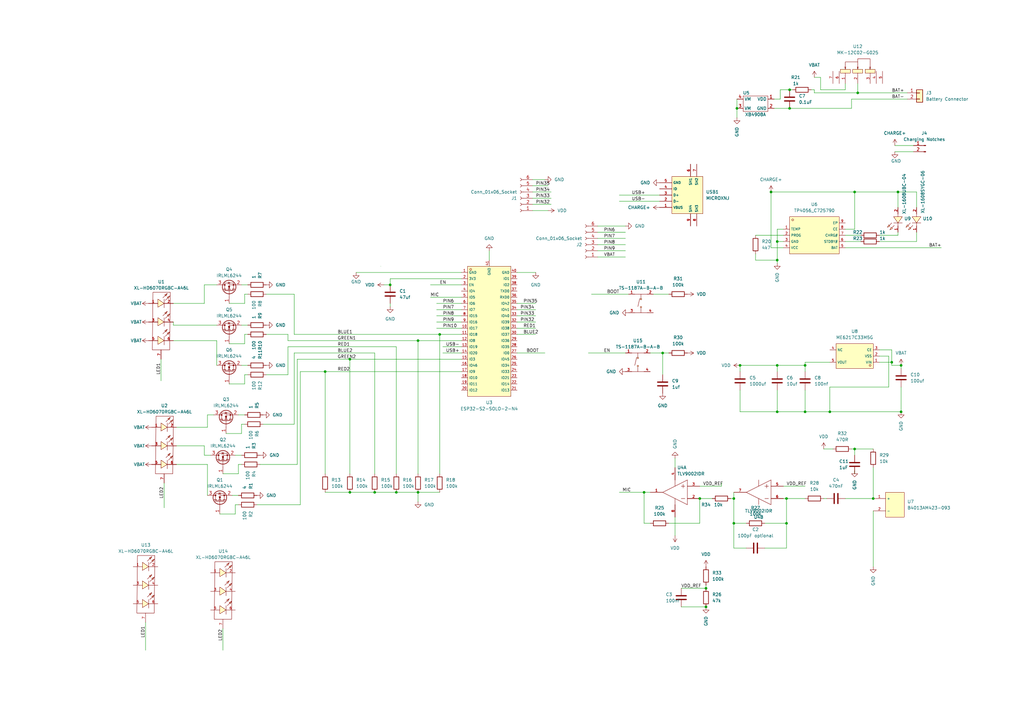
<source format=kicad_sch>
(kicad_sch (version 20230121) (generator eeschema)
  (paper "A3")
  (junction (at 322.58 214.63))
  (junction (at 369.57 168.91))
  (junction (at 287.02 204.47))
  (junction (at 330.2 149.86))
  (junction (at 323.85 36.83))
  (junction (at 289.56 248.92))
  (junction (at 143.51 201.93))
  (junction (at 143.51 147.32))
  (junction (at 153.67 201.93))
  (junction (at 351.79 38.1))
  (junction (at 300.99 214.63))
  (junction (at 318.77 99.06))
  (junction (at 316.23 78.74))
  (junction (at 350.52 78.74))
  (junction (at 368.3 78.74))
  (junction (at 365.76 148.59))
  (junction (at 323.85 44.45))
  (junction (at 369.57 149.86))
  (junction (at 318.77 149.86))
  (junction (at 358.14 204.47))
  (junction (at 180.34 137.16))
  (junction (at 350.52 184.15))
  (junction (at 160.02 116.84))
  (junction (at 318.77 168.91))
  (junction (at 303.53 149.86))
  (junction (at 330.2 168.91))
  (junction (at 264.16 201.93))
  (junction (at 318.77 106.68))
  (junction (at 271.78 144.78))
  (junction (at 289.56 241.3))
  (junction (at 300.99 204.47))
  (junction (at 171.45 139.7))
  (junction (at 322.58 204.47))
  (junction (at 171.45 201.93))
  (junction (at 340.36 168.91))
  (junction (at 133.35 152.4))
  (junction (at 162.56 201.93))
  (junction (at 302.26 44.45))
  (wire (pts (xy 316.23 78.74) (xy 350.52 78.74)))
  (wire (pts (xy 83.82 116.84) (xy 83.82 124.46)))
  (wire (pts (xy 218.44 78.74) (xy 226.06 78.74)))
  (wire (pts (xy 302.26 44.45) (xy 302.26 40.64)))
  (wire (pts (xy 336.55 36.83) (xy 346.71 36.83)))
  (wire (pts (xy 317.5 44.45) (xy 323.85 44.45)))
  (wire (pts (xy 320.04 40.64) (xy 320.04 36.83)))
  (wire (pts (xy 180.34 137.16) (xy 189.23 137.16)))
  (wire (pts (xy 368.3 78.74) (xy 375.92 78.74)))
  (wire (pts (xy 160.02 124.46) (xy 160.02 125.73)))
  (wire (pts (xy 101.6 153.67) (xy 100.33 153.67)))
  (wire (pts (xy 162.56 142.24) (xy 162.56 194.31)))
  (wire (pts (xy 133.35 152.4) (xy 189.23 152.4)))
  (wire (pts (xy 318.77 107.95) (xy 318.77 106.68)))
  (wire (pts (xy 323.85 44.45) (xy 349.25 44.45)))
  (wire (pts (xy 266.7 144.78) (xy 271.78 144.78)))
  (wire (pts (xy 160.02 114.3) (xy 189.23 114.3)))
  (wire (pts (xy 321.31 93.98) (xy 318.77 93.98)))
  (wire (pts (xy 171.45 139.7) (xy 189.23 139.7)))
  (wire (pts (xy 179.07 127) (xy 189.23 127)))
  (wire (pts (xy 266.7 201.93) (xy 264.16 201.93)))
  (wire (pts (xy 181.61 144.78) (xy 189.23 144.78)))
  (wire (pts (xy 123.19 152.4) (xy 133.35 152.4)))
  (wire (pts (xy 171.45 139.7) (xy 171.45 194.31)))
  (wire (pts (xy 121.92 147.32) (xy 143.51 147.32)))
  (wire (pts (xy 218.44 86.36) (xy 224.79 86.36)))
  (wire (pts (xy 71.12 133.35) (xy 88.9 133.35)))
  (wire (pts (xy 181.61 142.24) (xy 189.23 142.24)))
  (wire (pts (xy 99.06 173.99) (xy 99.06 177.8)))
  (wire (pts (xy 71.12 133.35) (xy 71.12 132.08)))
  (wire (pts (xy 330.2 168.91) (xy 318.77 168.91)))
  (wire (pts (xy 349.25 44.45) (xy 349.25 40.64)))
  (wire (pts (xy 133.35 152.4) (xy 133.35 194.31)))
  (wire (pts (xy 346.71 36.83) (xy 346.71 34.29)))
  (wire (pts (xy 143.51 201.93) (xy 153.67 201.93)))
  (wire (pts (xy 309.88 106.68) (xy 309.88 104.14)))
  (wire (pts (xy 212.09 127) (xy 219.71 127)))
  (wire (pts (xy 276.86 187.96) (xy 276.86 191.77)))
  (wire (pts (xy 96.52 210.82) (xy 90.17 210.82)))
  (wire (pts (xy 303.53 160.02) (xy 303.53 168.91)))
  (wire (pts (xy 153.67 144.78) (xy 153.67 194.31)))
  (wire (pts (xy 337.82 184.15) (xy 341.63 184.15)))
  (wire (pts (xy 212.09 132.08) (xy 219.71 132.08)))
  (wire (pts (xy 340.36 168.91) (xy 369.57 168.91)))
  (wire (pts (xy 349.25 184.15) (xy 350.52 184.15)))
  (wire (pts (xy 368.3 78.74) (xy 368.3 85.09)))
  (wire (pts (xy 303.53 149.86) (xy 303.53 152.4)))
  (wire (pts (xy 303.53 149.86) (xy 318.77 149.86)))
  (wire (pts (xy 176.53 116.84) (xy 189.23 116.84)))
  (wire (pts (xy 157.48 116.84) (xy 160.02 116.84)))
  (wire (pts (xy 93.98 157.48) (xy 100.33 157.48)))
  (wire (pts (xy 86.36 186.69) (xy 83.82 186.69)))
  (wire (pts (xy 295.91 198.12) (xy 295.91 199.39)))
  (wire (pts (xy 306.07 224.79) (xy 300.99 224.79)))
  (wire (pts (xy 71.12 139.7) (xy 88.9 139.7)))
  (wire (pts (xy 99.06 177.8) (xy 92.71 177.8)))
  (wire (pts (xy 330.2 168.91) (xy 330.2 160.02)))
  (wire (pts (xy 109.22 153.67) (xy 118.11 153.67)))
  (wire (pts (xy 334.01 38.1) (xy 351.79 38.1)))
  (wire (pts (xy 241.3 144.78) (xy 256.54 144.78)))
  (wire (pts (xy 72.39 190.5) (xy 85.09 190.5)))
  (wire (pts (xy 254 80.01) (xy 270.51 80.01)))
  (wire (pts (xy 330.2 148.59) (xy 330.2 149.86)))
  (wire (pts (xy 218.44 83.82) (xy 226.06 83.82)))
  (wire (pts (xy 120.65 137.16) (xy 180.34 137.16)))
  (wire (pts (xy 97.79 170.18) (xy 100.33 170.18)))
  (wire (pts (xy 245.11 100.33) (xy 256.54 100.33)))
  (wire (pts (xy 212.09 134.62) (xy 219.71 134.62)))
  (wire (pts (xy 83.82 124.46) (xy 71.12 124.46)))
  (wire (pts (xy 118.11 137.16) (xy 118.11 139.7)))
  (wire (pts (xy 212.09 137.16) (xy 219.71 137.16)))
  (wire (pts (xy 271.78 144.78) (xy 271.78 153.67)))
  (wire (pts (xy 364.49 146.05) (xy 364.49 158.75)))
  (wire (pts (xy 300.99 224.79) (xy 300.99 214.63)))
  (wire (pts (xy 321.31 199.39) (xy 330.2 199.39)))
  (wire (pts (xy 179.07 132.08) (xy 189.23 132.08)))
  (wire (pts (xy 367.03 62.23) (xy 374.65 62.23)))
  (wire (pts (xy 351.79 38.1) (xy 351.79 34.29)))
  (wire (pts (xy 245.11 105.41) (xy 256.54 105.41)))
  (wire (pts (xy 100.33 124.46) (xy 93.98 124.46)))
  (wire (pts (xy 254 82.55) (xy 270.51 82.55)))
  (wire (pts (xy 339.09 204.47) (xy 337.82 204.47)))
  (wire (pts (xy 96.52 207.01) (xy 96.52 210.82)))
  (wire (pts (xy 120.65 144.78) (xy 153.67 144.78)))
  (wire (pts (xy 300.99 204.47) (xy 300.99 214.63)))
  (wire (pts (xy 287.02 214.63) (xy 287.02 204.47)))
  (wire (pts (xy 309.88 96.52) (xy 321.31 96.52)))
  (wire (pts (xy 218.44 73.66) (xy 223.52 73.66)))
  (wire (pts (xy 100.33 120.65) (xy 100.33 124.46)))
  (wire (pts (xy 100.33 140.97) (xy 93.98 140.97)))
  (wire (pts (xy 330.2 149.86) (xy 330.2 152.4)))
  (wire (pts (xy 85.09 175.26) (xy 72.39 175.26)))
  (wire (pts (xy 364.49 158.75) (xy 340.36 158.75)))
  (wire (pts (xy 100.33 153.67) (xy 100.33 157.48)))
  (wire (pts (xy 340.36 148.59) (xy 330.2 148.59)))
  (wire (pts (xy 353.06 96.52) (xy 346.71 96.52)))
  (wire (pts (xy 83.82 182.88) (xy 72.39 182.88)))
  (wire (pts (xy 171.45 201.93) (xy 180.34 201.93)))
  (wire (pts (xy 212.09 111.76) (xy 219.71 111.76)))
  (wire (pts (xy 289.56 240.03) (xy 289.56 241.3)))
  (wire (pts (xy 120.65 173.99) (xy 120.65 144.78)))
  (wire (pts (xy 340.36 158.75) (xy 340.36 168.91)))
  (wire (pts (xy 107.95 173.99) (xy 120.65 173.99)))
  (wire (pts (xy 300.99 214.63) (xy 306.07 214.63)))
  (wire (pts (xy 179.07 129.54) (xy 189.23 129.54)))
  (wire (pts (xy 88.9 149.86) (xy 88.9 139.7)))
  (wire (pts (xy 368.3 95.25) (xy 368.3 96.52)))
  (wire (pts (xy 101.6 120.65) (xy 100.33 120.65)))
  (wire (pts (xy 95.25 203.2) (xy 97.79 203.2)))
  (wire (pts (xy 109.22 120.65) (xy 120.65 120.65)))
  (wire (pts (xy 320.04 36.83) (xy 323.85 36.83)))
  (wire (pts (xy 200.66 102.87) (xy 200.66 106.6799)))
  (wire (pts (xy 274.32 214.63) (xy 287.02 214.63)))
  (wire (pts (xy 120.65 120.65) (xy 120.65 137.16)))
  (wire (pts (xy 180.34 137.16) (xy 180.34 194.31)))
  (wire (pts (xy 300.99 201.93) (xy 300.99 204.47)))
  (wire (pts (xy 245.11 92.71) (xy 256.54 92.71)))
  (wire (pts (xy 218.44 81.28) (xy 226.06 81.28)))
  (wire (pts (xy 323.85 36.83) (xy 325.12 36.83)))
  (wire (pts (xy 162.56 201.93) (xy 171.45 201.93)))
  (wire (pts (xy 118.11 139.7) (xy 171.45 139.7)))
  (wire (pts (xy 97.79 190.5) (xy 97.79 194.31)))
  (wire (pts (xy 322.58 214.63) (xy 322.58 204.47)))
  (wire (pts (xy 360.68 143.51) (xy 365.76 143.51)))
  (wire (pts (xy 189.23 111.76) (xy 146.05 111.76)))
  (wire (pts (xy 245.11 102.87) (xy 256.54 102.87)))
  (wire (pts (xy 279.4 248.92) (xy 289.56 248.92)))
  (wire (pts (xy 176.53 121.92) (xy 189.23 121.92)))
  (wire (pts (xy 287.02 199.39) (xy 295.91 199.39)))
  (wire (pts (xy 360.68 146.05) (xy 364.49 146.05)))
  (wire (pts (xy 105.41 207.01) (xy 123.19 207.01)))
  (wire (pts (xy 109.22 137.16) (xy 118.11 137.16)))
  (wire (pts (xy 375.92 95.25) (xy 375.92 99.06)))
  (wire (pts (xy 349.25 40.64) (xy 372.11 40.64)))
  (wire (pts (xy 322.58 224.79) (xy 322.58 214.63)))
  (wire (pts (xy 369.57 158.75) (xy 369.57 168.91)))
  (wire (pts (xy 358.14 191.77) (xy 358.14 204.47)))
  (wire (pts (xy 267.97 120.65) (xy 274.32 120.65)))
  (wire (pts (xy 97.79 194.31) (xy 91.44 194.31)))
  (wire (pts (xy 350.52 186.69) (xy 350.52 184.15)))
  (wire (pts (xy 83.82 186.69) (xy 83.82 182.88)))
  (wire (pts (xy 67.31 198.12) (xy 67.31 208.28)))
  (wire (pts (xy 254 201.93) (xy 264.16 201.93)))
  (wire (pts (xy 106.68 190.5) (xy 121.92 190.5)))
  (wire (pts (xy 360.68 148.59) (xy 365.76 148.59)))
  (wire (pts (xy 321.31 99.06) (xy 318.77 99.06)))
  (wire (pts (xy 302.26 44.45) (xy 302.26 48.26)))
  (wire (pts (xy 99.06 149.86) (xy 101.6 149.86)))
  (wire (pts (xy 123.19 152.4) (xy 123.19 207.01)))
  (wire (pts (xy 179.07 134.62) (xy 189.23 134.62)))
  (wire (pts (xy 160.02 114.3) (xy 160.02 116.84)))
  (wire (pts (xy 118.11 142.24) (xy 162.56 142.24)))
  (wire (pts (xy 59.69 255.27) (xy 59.69 266.7)))
  (wire (pts (xy 313.69 214.63) (xy 322.58 214.63)))
  (wire (pts (xy 88.9 116.84) (xy 83.82 116.84)))
  (wire (pts (xy 299.72 204.47) (xy 300.99 204.47)))
  (wire (pts (xy 100.33 137.16) (xy 100.33 140.97)))
  (wire (pts (xy 318.77 149.86) (xy 330.2 149.86)))
  (wire (pts (xy 375.92 99.06) (xy 360.68 99.06)))
  (wire (pts (xy 264.16 201.93) (xy 264.16 214.63)))
  (wire (pts (xy 97.79 207.01) (xy 96.52 207.01)))
  (wire (pts (xy 330.2 168.91) (xy 340.36 168.91)))
  (wire (pts (xy 353.06 99.06) (xy 346.71 99.06)))
  (wire (pts (xy 279.4 241.3) (xy 289.56 241.3)))
  (wire (pts (xy 332.74 36.83) (xy 334.01 36.83)))
  (wire (pts (xy 212.09 129.54) (xy 219.71 129.54)))
  (wire (pts (xy 365.76 149.86) (xy 369.57 149.86)))
  (wire (pts (xy 350.52 93.98) (xy 350.52 78.74)))
  (wire (pts (xy 321.31 101.6) (xy 316.23 101.6)))
  (wire (pts (xy 245.11 95.25) (xy 256.54 95.25)))
  (wire (pts (xy 317.5 40.64) (xy 320.04 40.64)))
  (wire (pts (xy 133.35 201.93) (xy 143.51 201.93)))
  (wire (pts (xy 350.52 184.15) (xy 358.14 184.15)))
  (wire (pts (xy 346.71 101.6) (xy 386.08 101.6)))
  (wire (pts (xy 365.76 148.59) (xy 365.76 149.86)))
  (wire (pts (xy 212.09 144.78) (xy 223.52 144.78)))
  (wire (pts (xy 242.57 120.65) (xy 257.81 120.65)))
  (wire (pts (xy 171.45 205.74) (xy 171.45 201.93)))
  (wire (pts (xy 99.06 190.5) (xy 97.79 190.5)))
  (wire (pts (xy 99.06 116.84) (xy 101.6 116.84)))
  (wire (pts (xy 179.07 124.46) (xy 189.23 124.46)))
  (wire (pts (xy 85.09 170.18) (xy 85.09 175.26)))
  (wire (pts (xy 91.44 257.81) (xy 91.44 266.7)))
  (wire (pts (xy 318.77 99.06) (xy 318.77 106.68)))
  (wire (pts (xy 350.52 194.31) (xy 350.52 193.04)))
  (wire (pts (xy 264.16 214.63) (xy 266.7 214.63)))
  (wire (pts (xy 350.52 78.74) (xy 368.3 78.74)))
  (wire (pts (xy 87.63 170.18) (xy 85.09 170.18)))
  (wire (pts (xy 375.92 78.74) (xy 375.92 85.09)))
  (wire (pts (xy 101.6 137.16) (xy 100.33 137.16)))
  (wire (pts (xy 318.77 168.91) (xy 318.77 160.02)))
  (wire (pts (xy 358.14 209.55) (xy 358.14 232.41)))
  (wire (pts (xy 218.44 76.2) (xy 224.79 76.2)))
  (wire (pts (xy 118.11 153.67) (xy 118.11 142.24)))
  (wire (pts (xy 245.11 97.79) (xy 256.54 97.79)))
  (wire (pts (xy 303.53 168.91) (xy 318.77 168.91)))
  (wire (pts (xy 153.67 201.93) (xy 162.56 201.93)))
  (wire (pts (xy 100.33 173.99) (xy 99.06 173.99)))
  (wire (pts (xy 316.23 101.6) (xy 316.23 78.74)))
  (wire (pts (xy 369.57 149.86) (xy 369.57 151.13)))
  (wire (pts (xy 85.09 203.2) (xy 85.09 190.5)))
  (wire (pts (xy 276.86 212.09) (xy 276.86 219.71)))
  (wire (pts (xy 365.76 143.51) (xy 365.76 148.59)))
  (wire (pts (xy 321.31 204.47) (xy 322.58 204.47)))
  (wire (pts (xy 271.78 144.78) (xy 274.32 144.78)))
  (wire (pts (xy 322.58 204.47) (xy 330.2 204.47)))
  (wire (pts (xy 336.55 31.75) (xy 336.55 36.83)))
  (wire (pts (xy 66.04 147.32) (xy 66.04 156.21)))
  (wire (pts (xy 318.77 93.98) (xy 318.77 99.06)))
  (wire (pts (xy 313.69 224.79) (xy 322.58 224.79)))
  (wire (pts (xy 96.52 186.69) (xy 99.06 186.69)))
  (wire (pts (xy 156.21 109.2199) (xy 156.21 109.22)))
  (wire (pts (xy 346.71 93.98) (xy 350.52 93.98)))
  (wire (pts (xy 143.51 147.32) (xy 143.51 194.31)))
  (wire (pts (xy 336.55 31.75) (xy 334.01 31.75)))
  (wire (pts (xy 346.71 204.47) (xy 358.14 204.47)))
  (wire (pts (xy 368.3 96.52) (xy 360.68 96.52)))
  (wire (pts (xy 318.77 149.86) (xy 318.77 152.4)))
  (wire (pts (xy 99.06 133.35) (xy 101.6 133.35)))
  (wire (pts (xy 121.92 190.5) (xy 121.92 147.32)))
  (wire (pts (xy 367.03 59.69) (xy 374.65 59.69)))
  (wire (pts (xy 292.1 204.47) (xy 287.02 204.47)))
  (wire (pts (xy 334.01 36.83) (xy 334.01 38.1)))
  (wire (pts (xy 351.79 38.1) (xy 372.11 38.1)))
  (wire (pts (xy 318.77 106.68) (xy 309.88 106.68)))
  (wire (pts (xy 212.09 124.46) (xy 219.71 124.46)))
  (wire (pts (xy 143.51 147.32) (xy 189.23 147.32)))
  (label "EN" (at 247.65 144.78 0))
  (label "PIN34" (at 219.71 78.74 0))
  (label "GREEN2" (at 138.43 147.32 0))
  (label "RED1" (at 214.63 134.62 0))
  (label "USB+" (at 182.88 144.78 0))
  (label "RED1" (at 138.43 142.24 0))
  (label "BLUE2" (at 214.63 137.16 0))
  (label "MIC" (at 176.53 121.92 0))
  (label "LED1" (at 66.04 153.67 90))
  (label "PIN6" (at 247.65 95.25 0))
  (label "BOOT" (at 215.9 144.78 0))
  (label "BLUE1" (at 138.43 137.16 0))
  (label "VDD_REF" (at 322.58 199.39 0))
  (label "GREEN1" (at 138.43 139.7 0))
  (label "PIN7" (at 247.65 97.79 0))
  (label "RED2" (at 138.43 152.4 0))
  (label "PIN8" (at 181.61 129.54 0))
  (label "PIN33" (at 213.36 129.54 0))
  (label "EN" (at 180.34 116.84 0))
  (label "MIC" (at 255.27 201.93 0))
  (label "PIN35" (at 214.63 124.46 0))
  (label "PIN32" (at 219.71 83.82 0))
  (label "PIN35" (at 219.71 76.2 0))
  (label "BLUE2" (at 138.43 144.78 0))
  (label "VDD_REF" (at 279.4 241.3 0))
  (label "PIN10" (at 181.61 134.62 0))
  (label "PIN9" (at 181.61 132.08 0))
  (label "LED2" (at 67.31 204.47 90))
  (label "BAT+" (at 365.76 38.1 0))
  (label "PIN7" (at 181.61 127 0))
  (label "PIN34" (at 213.36 127 0))
  (label "USB+" (at 259.08 80.01 0))
  (label "VDD_REF" (at 288.29 199.39 0))
  (label "USB-" (at 182.88 142.24 0))
  (label "PIN8" (at 247.65 100.33 0))
  (label "PIN9" (at 247.65 102.87 0))
  (label "BOOT" (at 248.92 120.65 0))
  (label "USB-" (at 259.08 82.55 0))
  (label "PIN33" (at 219.71 81.28 0))
  (label "LED1" (at 59.69 261.62 90))
  (label "PIN6" (at 181.61 124.46 0))
  (label "VBAT" (at 247.65 105.41 0))
  (label "BAT+" (at 381 101.6 0))
  (label "PIN32" (at 213.36 132.08 0))
  (label "BAT-" (at 365.76 40.64 0))
  (label "LED2" (at 91.44 262.89 90))
  (symbol (lib_id "power:VDD") (at 281.94 120.65 270) (unit 1)
    (property "Reference" "#PWR044" (effects hide))
    (property "Value" "VDD" (at 285.75 120.65 90) (effects (justify left)))
  )
  (symbol (lib_id "power:GND") (at 276.86 187.96 180) (unit 1)
    (property "Reference" "#PWR022" (effects hide))
    (property "Value" "GND" (at 276.86 184.15 90) (effects (justify right)))
  )
  (symbol (lib_id "Device:C") (at 318.77 156.21 180) (unit 1)
    (property "Reference" "C6" (at 322.58 154.94 0) (effects (justify right)))
    (property "Value" "10uf" (at 322.58 157.48 0) (effects (justify right)))
    (property "Footprint" "Capacitor_SMD:C_0603_1608Metric" (effects hide))
  )
  (symbol (lib_id "Device:C") (at 350.52 190.5 0) (unit 1)
    (property "Reference" "C11" (at 344.17 189.23 0) (effects (justify left)))
    (property "Value" "1uF" (at 344.17 191.77 0) (effects (justify left)))
    (property "Footprint" "Capacitor_SMD:C_0603_1608Metric" (effects hide))
  )
  (symbol (lib_name "VBAT_10") (lib_id "power:VBAT") (at 60.96 124.46 90) (unit 1)
    (property "Reference" "#PWR01" (effects hide))
    (property "Value" "VBAT" (at 55.88 124.46 90))
  )
  (symbol (lib_id "power:VDD") (at 276.86 219.71 180) (unit 1)
    (property "Reference" "#PWR024" (effects hide))
    (property "Value" "VDD" (at 276.86 224.79 0))
  )
  (symbol (lib_id "Device:R") (at 143.51 198.12 180) (unit 1)
    (property "Reference" "R14" (at 146.05 196.85 0) (effects (justify right)))
    (property "Value" "100k" (at 146.05 199.39 0) (effects (justify right)))
    (property "Footprint" "Resistor_SMD:R_0603_1608Metric" (effects hide))
  )
  (symbol (lib_id "Device:R") (at 104.14 170.18 90) (mirror x) (unit 1)
    (property "Reference" "R5" (at 105.41 167.64 0) (effects (justify right)))
    (property "Value" "1" (at 102.87 167.64 0) (effects (justify right)))
    (property "Footprint" "Resistor_SMD:R_0603_1608Metric" (effects hide))
  )
  (symbol (lib_id "TP4056_C725790:TP4056_C725790") (at 334.01 96.52 0) (unit 1)
    (property "Reference" "U6" (at 334.01 83.82 0))
    (property "Value" "TP4056_C725790" (at 334.01 86.36 0))
    (property "Footprint" "footprint:ESOP-8_L4.9-W3.9-P1.27-LS6.0-BL-EP" (effects hide))
    (property "Datasheet" "https://www.mornsun.cn/html/pdf/SCM1501B.html" (effects hide))
    (property "LCSC" "C725790" (effects hide))
  )
  (symbol (lib_id "power:VDD") (at 157.48 116.84 90) (unit 1)
    (property "Reference" "#PWR015" (effects hide))
    (property "Value" "VDD" (at 153.67 116.84 90) (effects (justify left)))
  )
  (symbol (lib_id "power:GND") (at 223.52 73.66 90) (unit 1)
    (property "Reference" "#PWR020" (effects hide))
    (property "Value" "GND" (at 227.33 73.66 90) (effects (justify right)))
  )
  (symbol (lib_id "Transistor_FET:IRLML6244") (at 93.98 152.4 90) (unit 1)
    (property "Reference" "Q6" (at 93.98 143.51 90))
    (property "Value" "IRLML6244" (at 93.98 146.05 90))
    (property "Footprint" "Package_TO_SOT_SMD:SOT-23" (effects hide))
    (property "Datasheet" "https://www.infineon.com/dgdl/Infineon-IRLML6244-DataSheet-v01_01-EN.pdf?fileId=5546d462533600a4015356686fed261f" (effects hide))
  )
  (symbol (lib_id "power:VDD") (at 289.56 232.41 0) (unit 1)
    (property "Reference" "#PWR026" (effects hide))
    (property "Value" "VDD" (at 289.56 227.33 0))
  )
  (symbol (lib_id "power:GND") (at 270.51 74.93 270) (unit 1)
    (property "Reference" "#PWR041" (effects hide))
    (property "Value" "GND" (at 266.7 74.93 90) (effects (justify right)))
  )
  (symbol (lib_name "VBAT_8") (lib_id "power:VBAT") (at 60.96 139.7 90) (unit 1)
    (property "Reference" "#PWR03" (effects hide))
    (property "Value" "VBAT" (at 55.88 139.7 90))
  )
  (symbol (lib_id "Device:C") (at 160.02 120.65 180) (unit 1)
    (property "Reference" "C1" (at 163.83 119.38 0) (effects (justify right)))
    (property "Value" "47uf" (at 163.83 121.92 0) (effects (justify right)))
    (property "Footprint" "Capacitor_SMD:C_0603_1608Metric" (effects hide))
  )
  (symbol (lib_id "power:VDD") (at 281.94 144.78 270) (unit 1)
    (property "Reference" "#PWR08" (effects hide))
    (property "Value" "VDD" (at 285.75 144.78 90) (effects (justify left)))
  )
  (symbol (lib_id "power:GND") (at 289.56 248.92 0) (unit 1)
    (property "Reference" "#PWR028" (effects hide))
    (property "Value" "GND" (at 289.56 252.73 90) (effects (justify right)))
  )
  (symbol (lib_id "Device:C") (at 323.85 40.64 0) (unit 1)
    (property "Reference" "C7" (at 327.66 39.37 0) (effects (justify left)))
    (property "Value" "0.1uF" (at 327.66 41.91 0) (effects (justify left)))
    (property "Footprint" "Capacitor_SMD:C_0603_1608Metric" (effects hide))
  )
  (symbol (lib_name "VBAT_4") (lib_id "power:VBAT") (at 334.01 31.75 0) (unit 1)
    (property "Reference" "#PWR034" (effects hide))
    (property "Value" "VBAT" (at 334.01 26.67 0))
  )
  (symbol (lib_id "XL-HD6070RGBC-A46L:XL-HD6070RGBC-A46L") (at 66.04 132.08 90) (mirror x) (unit 1)
    (property "Reference" "U1" (at 66.167 115.57 90))
    (property "Value" "XL-HD6070RGBC-A46L" (at 66.167 118.11 90))
    (property "Footprint" "footprint:LED-SMD_XL-HD6070RGBC-A46L" (effects hide))
    (property "Datasheet" "https://atta.szlcsc.com/upload/public/pdf/source/20230111/33D25E00C3079F1D905D9121522B30DE.pdf" (effects hide))
    (property "LCSC" "C5349977" (effects hide))
  )
  (symbol (lib_id "power:GND") (at 160.02 125.73 0) (unit 1)
    (property "Reference" "#PWR016" (effects hide))
    (property "Value" "GND" (at 160.02 130.81 0))
  )
  (symbol (lib_id "XL-HD6070RGBC-A46L:XL-HD6070RGBC-A46L") (at 59.69 240.03 90) (mirror x) (unit 1)
    (property "Reference" "U13" (at 59.817 223.52 90))
    (property "Value" "XL-HD6070RGBC-A46L" (at 59.817 226.06 90))
    (property "Footprint" "footprint:LED-SMD_XL-HD6070RGBC-A46L-BACKSIDE" (effects hide))
    (property "Datasheet" "https://atta.szlcsc.com/upload/public/pdf/source/20230111/33D25E00C3079F1D905D9121522B30DE.pdf" (effects hide))
    (property "LCSC" "C5349977" (effects hide))
  )
  (symbol (lib_id "Device:R") (at 101.6 207.01 90) (unit 1)
    (property "Reference" "R2" (at 102.87 209.55 0) (effects (justify right)))
    (property "Value" "100" (at 100.33 209.55 0) (effects (justify right)))
    (property "Footprint" "Resistor_SMD:R_0603_1608Metric" (effects hide))
  )
  (symbol (lib_id "XL-1608SYGC-06:XL-1608SYGC-06") (at 375.92 90.17 90) (unit 1)
    (property "Reference" "U10" (at 378.46 89.662 90) (effects (justify right)))
    (property "Value" "XL-1608SYGC-06" (at 378.46 69.85 0) (effects (justify right)))
    (property "Footprint" "footprint:LED0603-RD_GREEN" (effects hide))
    (property "Datasheet" "https://atta.szlcsc.com/upload/public/pdf/source/20190115/C264450_D840E7E570138F41CCE67133F241C738.pdf" (effects hide))
    (property "LCSC" "C965805" (effects hide))
  )
  (symbol (lib_id "Device:R") (at 104.14 173.99 90) (unit 1)
    (property "Reference" "R6" (at 105.41 176.53 0) (effects (justify right)))
    (property "Value" "100" (at 102.87 176.53 0) (effects (justify right)))
    (property "Footprint" "Resistor_SMD:R_0603_1608Metric" (effects hide))
  )
  (symbol (lib_id "Transistor_FET:IRLML6244") (at 93.98 119.38 90) (unit 1)
    (property "Reference" "Q4" (at 93.98 110.49 90))
    (property "Value" "IRLML6244" (at 93.98 113.03 90))
    (property "Footprint" "Package_TO_SOT_SMD:SOT-23" (effects hide))
    (property "Datasheet" "https://www.infineon.com/dgdl/Infineon-IRLML6244-DataSheet-v01_01-EN.pdf?fileId=5546d462533600a4015356686fed261f" (effects hide))
  )
  (symbol (lib_id "Device:R") (at 133.35 198.12 180) (unit 1)
    (property "Reference" "R13" (at 135.89 196.85 0) (effects (justify right)))
    (property "Value" "100k" (at 135.89 199.39 0) (effects (justify right)))
    (property "Footprint" "Resistor_SMD:R_0603_1608Metric" (effects hide))
  )
  (symbol (lib_id "Device:C") (at 342.9 204.47 90) (unit 1)
    (property "Reference" "C4" (at 342.9 196.85 90))
    (property "Value" "470nF" (at 342.9 199.39 90))
    (property "Footprint" "Capacitor_SMD:C_0603_1608Metric" (effects hide))
  )
  (symbol (lib_id "Device:C") (at 271.78 157.48 180) (unit 1)
    (property "Reference" "C9" (at 275.59 156.21 0) (effects (justify right)))
    (property "Value" "1uf" (at 275.59 158.75 0) (effects (justify right)))
    (property "Footprint" "Capacitor_SMD:C_0603_1608Metric" (effects hide))
  )
  (symbol (lib_id "power:GND") (at 219.71 111.76 0) (unit 1)
    (property "Reference" "#PWR023" (effects hide))
    (property "Value" "GND" (at 219.71 116.84 0))
  )
  (symbol (lib_id "Device:R") (at 101.6 203.2 90) (mirror x) (unit 1)
    (property "Reference" "R1" (at 102.87 200.66 0) (effects (justify right)))
    (property "Value" "4" (at 100.33 200.66 0) (effects (justify right)))
    (property "Footprint" "Resistor_SMD:R_0603_1608Metric" (effects hide))
  )
  (symbol (lib_id "Device:R") (at 358.14 187.96 0) (unit 1)
    (property "Reference" "R29" (at 360.68 186.69 0) (effects (justify left)))
    (property "Value" "10k" (at 360.68 189.23 0) (effects (justify left)))
    (property "Footprint" "Resistor_SMD:R_0603_1608Metric" (effects hide))
  )
  (symbol (lib_id "Device:R") (at 356.87 96.52 270) (unit 1)
    (property "Reference" "R22" (at 351.79 95.25 90))
    (property "Value" "1k" (at 361.95 95.25 90))
    (property "Footprint" "Resistor_SMD:R_0603_1608Metric" (effects hide))
  )
  (symbol (lib_id "XL-HD6070RGBC-A46L:XL-HD6070RGBC-A46L") (at 67.31 182.88 90) (mirror x) (unit 1)
    (property "Reference" "U2" (at 67.437 166.37 90))
    (property "Value" "XL-HD6070RGBC-A46L" (at 67.437 168.91 90))
    (property "Footprint" "footprint:LED-SMD_XL-HD6070RGBC-A46L" (effects hide))
    (property "Datasheet" "https://atta.szlcsc.com/upload/public/pdf/source/20230111/33D25E00C3079F1D905D9121522B30DE.pdf" (effects hide))
    (property "LCSC" "C5349977" (effects hide))
  )
  (symbol (lib_id "XL-1608UBC-04:XL-1608UBC-04") (at 368.3 90.17 90) (unit 1)
    (property "Reference" "U9" (at 370.84 89.662 90) (effects (justify right)))
    (property "Value" "XL-1608UBC-04" (at 370.84 71.12 0) (effects (justify right)))
    (property "Footprint" "footprint:LED0603-RD_BLUE" (effects hide))
    (property "Datasheet" "https://atta.szlcsc.com/upload/public/pdf/source/20210617/C2837377_50FC585D376FE0CDA016E524346528FF.pdf" (effects hide))
    (property "LCSC" "C965807" (effects hide))
  )
  (symbol (lib_id "Device:R") (at 105.41 153.67 90) (unit 1)
    (property "Reference" "R12" (at 106.68 156.21 0) (effects (justify right)))
    (property "Value" "100" (at 104.14 156.21 0) (effects (justify right)))
    (property "Footprint" "Resistor_SMD:R_0603_1608Metric" (effects hide))
  )
  (symbol (lib_id "Device:R") (at 105.41 149.86 90) (mirror x) (unit 1)
    (property "Reference" "R11" (at 106.68 147.32 0) (effects (justify right)))
    (property "Value" "4" (at 104.14 147.32 0) (effects (justify right)))
    (property "Footprint" "Resistor_SMD:R_0603_1608Metric" (effects hide))
  )
  (symbol (lib_id "Device:R") (at 289.56 236.22 180) (unit 1)
    (property "Reference" "R33" (at 292.1 234.95 0) (effects (justify right)))
    (property "Value" "100k" (at 292.1 237.49 0) (effects (justify right)))
    (property "Footprint" "Resistor_SMD:R_0603_1608Metric" (effects hide))
  )
  (symbol (lib_id "Device:R") (at 180.34 198.12 180) (unit 1)
    (property "Reference" "R18" (at 182.88 196.85 0) (effects (justify right)))
    (property "Value" "100k" (at 182.88 199.39 0) (effects (justify right)))
    (property "Footprint" "Resistor_SMD:R_0603_1608Metric" (effects hide))
  )
  (symbol (lib_id "power:VDD") (at 303.53 149.86 90) (unit 1)
    (property "Reference" "#PWR032" (effects hide))
    (property "Value" "VDD" (at 299.72 149.86 90) (effects (justify left)))
  )
  (symbol (lib_id "Device:R") (at 328.93 36.83 90) (unit 1)
    (property "Reference" "R21" (at 326.39 31.75 90))
    (property "Value" "1k" (at 326.39 34.29 90))
    (property "Footprint" "Resistor_SMD:R_0603_1608Metric" (effects hide))
  )
  (symbol (lib_id "Device:R") (at 102.87 186.69 90) (mirror x) (unit 1)
    (property "Reference" "R3" (at 104.14 184.15 0) (effects (justify right)))
    (property "Value" "1" (at 101.6 184.15 0) (effects (justify right)))
    (property "Footprint" "Resistor_SMD:R_0603_1608Metric" (effects hide))
  )
  (symbol (lib_id "Device:C") (at 309.88 224.79 90) (unit 1)
    (property "Reference" "C2" (at 309.88 217.17 90))
    (property "Value" "100pF optional" (at 309.88 219.71 90))
    (property "Footprint" "Capacitor_SMD:C_0603_1608Metric" (effects hide))
  )
  (symbol (lib_id "Device:C") (at 279.4 245.11 0) (unit 1)
    (property "Reference" "C3" (at 273.05 243.84 0) (effects (justify left)))
    (property "Value" "100nf" (at 273.05 246.38 0) (effects (justify left)))
    (property "Footprint" "Capacitor_SMD:C_0603_1608Metric" (effects hide))
  )
  (symbol (lib_id "Device:R") (at 334.01 204.47 90) (unit 1)
    (property "Reference" "R28" (at 334.01 198.12 90))
    (property "Value" "10k" (at 334.01 200.66 90))
    (property "Footprint" "Resistor_SMD:R_0603_1608Metric" (effects hide))
  )
  (symbol (lib_id "Transistor_FET:IRLML6244") (at 93.98 135.89 90) (unit 1)
    (property "Reference" "Q5" (at 93.98 127 90))
    (property "Value" "IRLML6244" (at 93.98 129.54 90))
    (property "Footprint" "Package_TO_SOT_SMD:SOT-23" (effects hide))
    (property "Datasheet" "https://www.infineon.com/dgdl/Infineon-IRLML6244-DataSheet-v01_01-EN.pdf?fileId=5546d462533600a4015356686fed261f" (effects hide))
  )
  (symbol (lib_id "power:GND") (at 146.05 111.76 0) (unit 1)
    (property "Reference" "#PWR018" (effects hide))
    (property "Value" "GND" (at 146.05 115.57 0))
  )
  (symbol (lib_id "Device:R") (at 295.91 204.47 90) (unit 1)
    (property "Reference" "R34" (at 289.56 207.01 90))
    (property "Value" "10k" (at 294.64 207.01 90))
    (property "Footprint" "Resistor_SMD:R_0603_1608Metric" (effects hide))
  )
  (symbol (lib_id "power:GND") (at 256.54 152.4 270) (unit 1)
    (property "Reference" "#PWR07" (effects hide))
    (property "Value" "GND" (at 252.73 152.4 90) (effects (justify right)))
  )
  (symbol (lib_id "Connector:Conn_01x02_Pin") (at 379.73 59.69 0) (mirror y) (unit 1)
    (property "Reference" "J4" (at 379.095 54.61 0))
    (property "Value" "Charging Notches" (at 379.095 57.15 0))
    (property "Footprint" "Library:ChargingNotches" (effects hide))
  )
  (symbol (lib_id "power:GND") (at 369.57 168.91 0) (unit 1)
    (property "Reference" "#PWR040" (effects hide))
    (property "Value" "GND" (at 369.57 172.72 90) (effects (justify right)))
  )
  (symbol (lib_id "MK-12C02-G025:MK-12C02-G025") (at 351.79 29.21 0) (unit 1)
    (property "Reference" "U12" (at 351.79 19.05 0))
    (property "Value" "MK-12C02-G025" (at 351.79 21.59 0))
    (property "Footprint" "footprint:SW-SMD_MK-12C02-G025" (effects hide))
    (property "Datasheet" "https://item.szlcsc.com/826787.html" (effects hide))
    (property "LCSC" "C778186" (effects hide))
  )
  (symbol (lib_id "power:GND") (at 350.52 193.04 0) (unit 1)
    (property "Reference" "#PWR046" (effects hide))
    (property "Value" "GND" (at 350.52 196.85 90) (effects (justify right)))
  )
  (symbol (lib_id "Device:R") (at 356.87 99.06 270) (unit 1)
    (property "Reference" "R23" (at 351.79 97.79 90))
    (property "Value" "1k" (at 361.95 97.79 90))
    (property "Footprint" "Resistor_SMD:R_0603_1608Metric" (effects hide))
  )
  (symbol (lib_id "power:GND") (at 302.26 48.26 0) (unit 1)
    (property "Reference" "#PWR027" (effects hide))
    (property "Value" "GND" (at 302.26 52.07 90) (effects (justify right)))
  )
  (symbol (lib_id "power:GND") (at 271.78 161.29 0) (unit 1)
    (property "Reference" "#PWR045" (effects hide))
    (property "Value" "GND" (at 271.78 166.37 0))
  )
  (symbol (lib_id "MICROXNJ:MICROXNJ") (at 280.67 80.01 0) (unit 1)
    (property "Reference" "USB1" (at 289.56 78.74 0) (effects (justify left)))
    (property "Value" "MICROXNJ" (at 289.56 81.28 0) (effects (justify left)))
    (property "Footprint" "footprint:MICRO-USB-SMD_MICROXNJ" (effects hide))
    (property "Datasheet" "https://item.szlcsc.com/392534.html" (effects hide))
    (property "LCSC" "C404969" (effects hide))
  )
  (symbol (lib_id "TS-1187A-B-A-B:TS-1187A-B-A-B") (at 262.89 123.19 0) (unit 1)
    (property "Reference" "U11" (at 262.89 115.57 0))
    (property "Value" "TS-1187A-B-A-B" (at 262.89 118.11 0))
    (property "Footprint" "footprint:SW-SMD_4P-L5.1-W5.1-P3.70-LS6.5-TL-2" (effects hide))
    (property "Datasheet" "https://item.szlcsc.com/300285.html" (effects hide))
    (property "LCSC" "C318884" (effects hide))
  )
  (symbol (lib_id "Device:R") (at 309.88 214.63 270) (unit 1)
    (property "Reference" "R27" (at 309.88 208.28 90))
    (property "Value" "100k" (at 309.88 210.82 90))
    (property "Footprint" "Resistor_SMD:R_0603_1608Metric" (effects hide))
  )
  (symbol (lib_id "Device:R") (at 162.56 198.12 180) (unit 1)
    (property "Reference" "R16" (at 165.1 196.85 0) (effects (justify right)))
    (property "Value" "100k" (at 165.1 199.39 0) (effects (justify right)))
    (property "Footprint" "Resistor_SMD:R_0603_1608Metric" (effects hide))
  )
  (symbol (lib_id "Device:R") (at 171.45 198.12 180) (unit 1)
    (property "Reference" "R17" (at 173.99 196.85 0) (effects (justify right)))
    (property "Value" "100k" (at 173.99 199.39 0) (effects (justify right)))
    (property "Footprint" "Resistor_SMD:R_0603_1608Metric" (effects hide))
  )
  (symbol (lib_id "Device:R") (at 102.87 190.5 90) (unit 1)
    (property "Reference" "R4" (at 104.14 193.04 0) (effects (justify right)))
    (property "Value" "100" (at 101.6 193.04 0) (effects (justify right)))
    (property "Footprint" "Resistor_SMD:R_0603_1608Metric" (effects hide))
  )
  (symbol (lib_id "XL-HD6070RGBC-A46L:XL-HD6070RGBC-A46L") (at 91.44 242.57 90) (mirror x) (unit 1)
    (property "Reference" "U14" (at 91.567 226.06 90))
    (property "Value" "XL-HD6070RGBC-A46L" (at 91.567 228.6 90))
    (property "Footprint" "footprint:LED-SMD_XL-HD6070RGBC-A46L-BACKSIDE" (effects hide))
    (property "Datasheet" "https://atta.szlcsc.com/upload/public/pdf/source/20230111/33D25E00C3079F1D905D9121522B30DE.pdf" (effects hide))
    (property "LCSC" "C5349977" (effects hide))
  )
  (symbol (lib_id "power:GND") (at 200.66 102.87 180) (unit 1)
    (property "Reference" "#PWR021" (effects hide))
    (property "Value" "GND" (at 200.66 97.79 0))
  )
  (symbol (lib_name "VBAT_11") (lib_id "power:VBAT") (at 367.03 59.69 0) (unit 1)
    (property "Reference" "#PWR037" (effects hide))
    (property "Value" "CHARGE+" (at 367.03 54.61 0))
  )
  (symbol (lib_id "Device:C") (at 303.53 156.21 0) (unit 1)
    (property "Reference" "C5" (at 307.34 154.94 0) (effects (justify left)))
    (property "Value" "1000uf" (at 307.34 157.48 0) (effects (justify left)))
    (property "Footprint" "footprint6:CAP-SMD_BD8.0-L8.3-W8.3-FD" (effects hide))
  )
  (symbol (lib_name "VBAT_1") (lib_id "power:VBAT") (at 369.57 149.86 0) (unit 1)
    (property "Reference" "#PWR039" (effects hide))
    (property "Value" "VBAT" (at 369.57 144.78 0))
  )
  (symbol (lib_id "TS-1187A-B-A-B:TS-1187A-B-A-B") (at 261.62 147.32 0) (unit 1)
    (property "Reference" "U15" (at 261.62 139.7 0))
    (property "Value" "TS-1187A-B-A-B" (at 261.62 142.24 0))
    (property "Footprint" "footprint:SW-SMD_4P-L5.1-W5.1-P3.70-LS6.5-TL-2" (effects hide))
    (property "Datasheet" "https://item.szlcsc.com/300285.html" (effects hide))
    (property "LCSC" "C318884" (effects hide))
  )
  (symbol (lib_id "Device:R") (at 105.41 137.16 90) (unit 1)
    (property "Reference" "R10" (at 106.68 139.7 0) (effects (justify right)))
    (property "Value" "100" (at 104.14 139.7 0) (effects (justify right)))
    (property "Footprint" "Resistor_SMD:R_0603_1608Metric" (effects hide))
  )
  (symbol (lib_id "Connector:Conn_01x06_Socket") (at 213.36 81.28 180) (unit 1)
    (property "Reference" "J1" (at 212.09 81.28 0) (effects (justify left)))
    (property "Value" "Conn_01x06_Socket" (at 212.09 78.74 0) (effects (justify left)))
    (property "Footprint" "Connector_PinSocket_2.54mm:PinSocket_1x06_P2.54mm_Vertical" (effects hide))
  )
  (symbol (lib_id "power:GND") (at 109.22 116.84 90) (unit 1)
    (property "Reference" "#PWR012" (effects hide))
    (property "Value" "GND" (at 113.03 116.84 90) (effects (justify right)))
  )
  (symbol (lib_id "power:VBAT") (at 316.23 78.74 0) (unit 1)
    (property "Reference" "#PWR030" (effects hide))
    (property "Value" "CHARGE+" (at 316.23 73.66 0))
  )
  (symbol (lib_id "power:GND") (at 109.22 149.86 90) (unit 1)
    (property "Reference" "#PWR014" (effects hide))
    (property "Value" "GND" (at 113.03 149.86 90) (effects (justify right)))
  )
  (symbol (lib_id "Device:C") (at 330.2 156.21 180) (unit 1)
    (property "Reference" "C8" (at 334.01 154.94 0) (effects (justify right)))
    (property "Value" "100nf" (at 334.01 157.48 0) (effects (justify right)))
    (property "Footprint" "Capacitor_SMD:C_0603_1608Metric" (effects hide))
  )
  (symbol (lib_id "Transistor_FET:IRLML6244") (at 91.44 189.23 90) (unit 1)
    (property "Reference" "Q2" (at 91.44 180.34 90))
    (property "Value" "IRLML6244" (at 91.44 182.88 90))
    (property "Footprint" "Package_TO_SOT_SMD:SOT-23" (effects hide))
    (property "Datasheet" "https://www.infineon.com/dgdl/Infineon-IRLML6244-DataSheet-v01_01-EN.pdf?fileId=5546d462533600a4015356686fed261f" (effects hide))
  )
  (symbol (lib_id "power:GND") (at 171.45 205.74 0) (unit 1)
    (property "Reference" "#PWR017" (effects hide))
    (property "Value" "GND" (at 173.99 207.01 0) (effects (justify left)))
  )
  (symbol (lib_id "Battery_Management:XB4908A") (at 309.88 41.91 0) (mirror y) (unit 1)
    (property "Reference" "U5" (at 306.07 38.1 0))
    (property "Value" "XB4908A" (at 309.88 46.99 0))
    (property "Footprint" "footprint:XB4908A" (effects hide))
  )
  (symbol (lib_id "power:GND") (at 257.81 128.27 270) (unit 1)
    (property "Reference" "#PWR036" (effects hide))
    (property "Value" "GND" (at 254 128.27 90) (effects (justify right)))
  )
  (symbol (lib_id "Connector_Generic:Conn_01x02") (at 377.19 38.1 0) (unit 1)
    (property "Reference" "J3" (at 379.73 38.1 0) (effects (justify left)))
    (property "Value" "Battery Connector" (at 379.73 40.64 0) (effects (justify left)))
    (property "Footprint" "Connector_JST:JST_PH_B2B-PH-K_1x02_P2.00mm_Vertical" (effects hide))
  )
  (symbol (lib_name "VBAT_7") (lib_id "power:VBAT") (at 62.23 190.5 90) (unit 1)
    (property "Reference" "#PWR06" (effects hide))
    (property "Value" "VBAT" (at 57.15 190.5 90))
  )
  (symbol (lib_id "ME6217C33M5G:ME6217C33M5G") (at 350.52 146.05 180) (unit 1)
    (property "Reference" "U8" (at 350.52 135.89 0))
    (property "Value" "ME6217C33M5G" (at 350.52 138.43 0))
    (property "Footprint" "footprint:SOT-23-5_L3.0-W1.7-P0.95-LS2.8-BR" (effects hide))
    (property "Datasheet" "https://item.szlcsc.com/236104.html" (effects hide))
    (property "LCSC" "C427602" (effects hide))
  )
  (symbol (lib_id "power:GND") (at 358.14 232.41 0) (unit 1)
    (property "Reference" "#PWR035" (effects hide))
    (property "Value" "GND" (at 358.14 236.22 90) (effects (justify right)))
  )
  (symbol (lib_id "Connector:Conn_01x06_Socket") (at 240.03 100.33 180) (unit 1)
    (property "Reference" "J2" (at 238.76 100.33 0) (effects (justify left)))
    (property "Value" "Conn_01x06_Socket" (at 238.76 97.79 0) (effects (justify left)))
    (property "Footprint" "Connector_PinSocket_2.54mm:PinSocket_1x06_P2.54mm_Vertical" (effects hide))
  )
  (symbol (lib_id "Device:C") (at 369.57 154.94 180) (unit 1)
    (property "Reference" "C10" (at 373.38 153.67 0) (effects (justify right)))
    (property "Value" "100uf" (at 373.38 156.21 0) (effects (justify right)))
    (property "Footprint" "Capacitor_SMD:C_0603_1608Metric" (effects hide))
  )
  (symbol (lib_id "Device:R") (at 153.67 198.12 180) (unit 1)
    (property "Reference" "R15" (at 156.21 196.85 0) (effects (justify right)))
    (property "Value" "100k" (at 156.21 199.39 0) (effects (justify right)))
    (property "Footprint" "Resistor_SMD:R_0603_1608Metric" (effects hide))
  )
  (symbol (lib_id "power:GND") (at 106.68 186.69 90) (unit 1)
    (property "Reference" "#PWR010" (effects hide))
    (property "Value" "GND" (at 110.49 186.69 90) (effects (justify right)))
  )
  (symbol (lib_id "Device:R") (at 278.13 144.78 270) (unit 1)
    (property "Reference" "R30" (at 278.13 138.43 90))
    (property "Value" "100k" (at 278.13 140.97 90))
    (property "Footprint" "Resistor_SMD:R_0603_1608Metric" (effects hide))
  )
  (symbol (lib_id "B4013AM423-093:B4013AM423-093") (at 365.76 207.01 270) (unit 1)
    (property "Reference" "U7" (at 372.11 205.74 90) (effects (justify left)))
    (property "Value" "B4013AM423-093" (at 372.11 208.28 90) (effects (justify left)))
    (property "Footprint" "footprint:MIC-TH_BD6.0_B6027AP383-056" (effects hide))
    (property "Datasheet" "https://atta.szlcsc.com/upload/public/pdf/source/20180813/C233790_F5B864A011312A7BF4487DA03A0EE7FB.pdf" (effects hide))
    (property "LCSC" "C233790" (effects hide))
  )
  (symbol (lib_id "power:GND") (at 107.95 170.18 90) (unit 1)
    (property "Reference" "#PWR011" (effects hide))
    (property "Value" "GND" (at 111.76 170.18 90) (effects (justify right)))
  )
  (symbol (lib_id "Device:R") (at 105.41 120.65 90) (unit 1)
    (property "Reference" "R8" (at 106.68 123.19 0) (effects (justify right)))
    (property "Value" "100" (at 104.14 123.19 0) (effects (justify right)))
    (property "Footprint" "Resistor_SMD:R_0603_1608Metric" (effects hide))
  )
  (symbol (lib_id "power:GND") (at 105.41 203.2 90) (unit 1)
    (property "Reference" "#PWR09" (effects hide))
    (property "Value" "GND" (at 109.22 203.2 90) (effects (justify right)))
  )
  (symbol (lib_id "Device:R") (at 309.88 100.33 180) (unit 1)
    (property "Reference" "R20" (at 312.42 99.06 0) (effects (justify right)))
    (property "Value" "4k7" (at 312.42 101.6 0) (effects (justify right)))
    (property "Footprint" "Resistor_SMD:R_0603_1608Metric" (effects hide))
  )
  (symbol (lib_id "power:VDD") (at 337.82 184.15 0) (unit 1)
    (property "Reference" "#PWR033" (effects hide))
    (property "Value" "VDD" (at 337.82 179.07 0))
  )
  (symbol (lib_id "Device:R") (at 105.41 116.84 90) (mirror x) (unit 1)
    (property "Reference" "R7" (at 106.68 114.3 0) (effects (justify right)))
    (property "Value" "1" (at 104.14 114.3 0) (effects (justify right)))
    (property "Footprint" "Resistor_SMD:R_0603_1608Metric" (effects hide))
  )
  (symbol (lib_id "power:VDD") (at 224.79 86.36 270) (unit 1)
    (property "Reference" "#PWR019" (effects hide))
    (property "Value" "VDD" (at 228.6 86.36 90) (effects (justify left)))
  )
  (symbol (lib_id "TLV9002IDR:TLV9002IDR") (at 311.15 201.93 180) (unit 2)
    (property "Reference" "U4" (at 311.15 212.09 0))
    (property "Value" "TLV9002IDR" (at 311.15 209.55 0))
    (property "Footprint" "footprint:SOIC-8_L4.9-W3.9-P1.27-LS6.0-BL" (effects hide))
    (property "Datasheet" "https://so.szlcsc.com/global.html?c=&k=C9843" (effects hide))
    (property "LCSC" "C398360" (effects hide))
  )
  (symbol (lib_name "VBAT_5") (lib_id "power:VBAT") (at 62.23 175.26 90) (unit 1)
    (property "Reference" "#PWR04" (effects hide))
    (property "Value" "VBAT" (at 57.15 175.26 90))
  )
  (symbol (lib_id "Device:R") (at 278.13 120.65 270) (unit 1)
    (property "Reference" "R31" (at 278.13 114.3 90))
    (property "Value" "100k" (at 278.13 116.84 90))
    (property "Footprint" "Resistor_SMD:R_0603_1608Metric" (effects hide))
  )
  (symbol (lib_id "Device:R") (at 105.41 133.35 90) (mirror x) (unit 1)
    (property "Reference" "R9" (at 106.68 130.81 0) (effects (justify right)))
    (property "Value" "1" (at 104.14 130.81 0) (effects (justify right)))
    (property "Footprint" "Resistor_SMD:R_0603_1608Metric" (effects hide))
  )
  (symbol (lib_id "Transistor_FET:IRLML6244") (at 90.17 205.74 90) (unit 1)
    (property "Reference" "Q1" (at 90.17 196.85 90))
    (property "Value" "IRLML6244" (at 90.17 199.39 90))
    (property "Footprint" "Package_TO_SOT_SMD:SOT-23" (effects hide))
    (property "Datasheet" "https://www.infineon.com/dgdl/Infineon-IRLML6244-DataSheet-v01_01-EN.pdf?fileId=5546d462533600a4015356686fed261f" (effects hide))
  )
  (symbol (lib_id "power:GND") (at 367.03 62.23 0) (unit 1)
    (property "Reference" "#PWR038" (effects hide))
    (property "Value" "GND" (at 369.57 66.04 0) (effects (justify right)))
  )
  (symbol (lib_id "TLV9002IDR:TLV9002IDR") (at 276.86 201.93 180) (unit 1)
    (property "Reference" "U4" (at 277.7489 191.77 0) (effects (justify right)))
    (property "Value" "TLV9002IDR" (at 277.7489 194.31 0) (effects (justify right)))
    (property "Footprint" "footprint:SOIC-8_L4.9-W3.9-P1.27-LS6.0-BL" (effects hide))
    (property "Datasheet" "https://so.szlcsc.com/global.html?c=&k=C9843" (effects hide))
    (property "LCSC" "C398360" (effects hide))
  )
  (symbol (lib_name "VBAT_6") (lib_id "power:VBAT") (at 62.23 182.88 90) (unit 1)
    (property "Reference" "#PWR05" (effects hide))
    (property "Value" "VBAT" (at 57.15 182.88 90))
  )
  (symbol (lib_id "Transistor_FET:IRLML6244") (at 92.71 172.72 90) (unit 1)
    (property "Reference" "Q3" (at 92.71 163.83 90))
    (property "Value" "IRLML6244" (at 92.71 166.37 90))
    (property "Footprint" "Package_TO_SOT_SMD:SOT-23" (effects hide))
    (property "Datasheet" "https://www.infineon.com/dgdl/Infineon-IRLML6244-DataSheet-v01_01-EN.pdf?fileId=5546d462533600a4015356686fed261f" (effects hide))
  )
  (symbol (lib_id "power:GND") (at 318.77 107.95 0) (unit 1)
    (property "Reference" "#PWR031" (effects hide))
    (property "Value" "GND" (at 318.77 111.76 90) (effects (justify right)))
  )
  (symbol (lib_id "power:GND") (at 109.22 133.35 90) (unit 1)
    (property "Reference" "#PWR013" (effects hide))
    (property "Value" "GND" (at 113.03 133.35 90) (effects (justify right)))
  )
  (symbol (lib_id "Device:R") (at 289.56 245.11 180) (unit 1)
    (property "Reference" "R26" (at 292.1 243.84 0) (effects (justify right)))
    (property "Value" "47k" (at 292.1 246.38 0) (effects (justify right)))
    (property "Footprint" "Resistor_SMD:R_0603_1608Metric" (effects hide))
  )
  (symbol (lib_id "Device:R") (at 270.51 214.63 90) (unit 1)
    (property "Reference" "R25" (at 270.51 208.28 90))
    (property "Value" "100k" (at 270.51 210.82 90))
    (property "Footprint" "Resistor_SMD:R_0603_1608Metric" (effects hide))
  )
  (symbol (lib_name "VBAT_9") (lib_id "power:VBAT") (at 60.96 132.08 90) (unit 1)
    (property "Reference" "#PWR02" (effects hide))
    (property "Value" "VBAT" (at 55.88 132.08 90))
  )
  (symbol (lib_id "power:GND") (at 256.54 92.71 90) (unit 1)
    (property "Reference" "#PWR043" (effects hide))
    (property "Value" "GND" (at 260.35 92.71 90) (effects (justify right)))
  )
  (symbol (lib_name "VBAT_11") (lib_id "power:VBAT") (at 270.51 85.09 90) (unit 1)
    (property "Reference" "#PWR042" (effects hide))
    (property "Value" "CHARGE+" (at 266.7 85.09 90) (effects (justify left)))
  )
  (symbol (lib_id "Device:R") (at 345.44 184.15 90) (unit 1)
    (property "Reference" "R32" (at 345.44 177.8 90))
    (property "Value" "470R" (at 345.44 180.34 90))
    (property "Footprint" "Resistor_SMD:R_0603_1608Metric" (effects hide))
  )
  (symbol (lib_id "ESP32-S2-SOLO-2-N4:ESP32-S2-SOLO-2-N4") (at 200.66 135.89 0) (unit 1)
    (property "Reference" "U3" (at 200.66 165.1 0))
    (property "Value" "ESP32-S2-SOLO-2-N4" (at 200.66 167.64 0))
    (property "Footprint" "footprint:WIRELM-SMD_ESP32-S3-WROOM-1" (effects hide))
    (property "Datasheet" "https://www.mouser.cn/datasheet/2/891/Espressif_ESP32_S3_WROOM_1_1U_Preliminary-2530171.pdf" (effects hide))
    (property "LCSC" "C3040594" (effects hide))
  )
)
</source>
